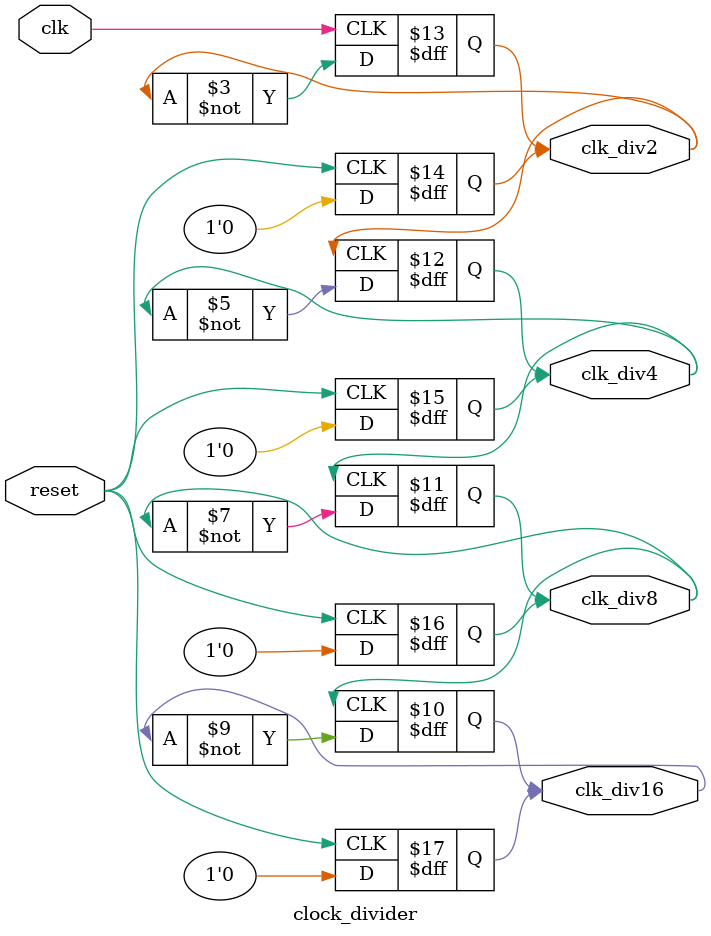
<source format=v>
`timescale 1ns/1ps


/*
A clock divider in Verilog, using the cascading
flip-flop method.
*/

module clock_divider(
  input clk,
  input reset,
  output reg clk_div2,
  output reg clk_div4,
  output reg clk_div8,
  output reg clk_div16
);

  // simple ripple clock divider
  always @(posedge reset)
  begin
     clk_div2 <= 0;
     clk_div4 <= 0;
     clk_div8 <= 0;
     clk_div16 <= 0;
  end
  
  always @(posedge clk)
    clk_div2 <= ~clk_div2;

  always @(posedge clk_div2)
    clk_div4 <= ~clk_div4;

  always @(posedge clk_div4)
    clk_div8 <= ~clk_div8;

  always @(posedge clk_div8)
    clk_div16 <= ~clk_div16;

endmodule

</source>
